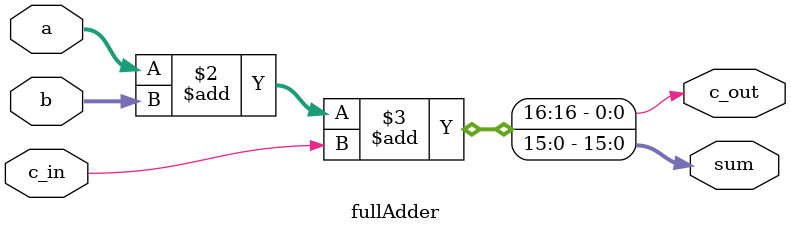
<source format=v>
module fullAdder (
    input [15:0] a,
    input [15:0] b,
    input c_in,
    output reg c_out,
    output reg [15:0] sum
);

always @(a or b or c_in) begin
    {c_out, sum} = a + b + c_in;
end
endmodule
</source>
